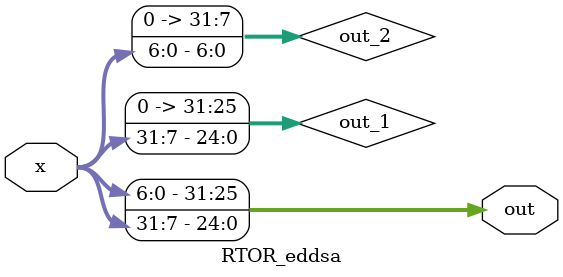
<source format=v>
`timescale 1ns / 1ps



module sha2_message_schedule_eddsa #(
    parameter WIDTH = 32,
    parameter MODE = 256
    )(
    input wire           clk,
    input wire           rst,
    input wire           load,
    input wire           start,
    input wire   [WIDTH-1:0]  data_in,
    output wire [WIDTH-1:0]  data_out
    );
    
    reg [WIDTH-1:0] MEM [15:0];
    wire [WIDTH-1:0] data_au;
    
    au_weight_eddsa #(.WIDTH(WIDTH), .MODE(MODE)) 
    AU_WEIGHT_eddsa (
        .data_in_1(MEM[0]), .data_in_2(MEM[1]),
        .data_in_3(MEM[9]), .data_in_4(MEM[14]),
        .data_out(data_au)
    );
   
    assign data_out = MEM[0];
    
    genvar i;
    generate
        for(i = 0; i < 16; i = i + 1) begin
        
        if(i == 15) begin
            always @(posedge clk) begin
                if (!rst) MEM[i] <= 0;
                else begin
                    if(load)       MEM[15]      <= data_in;
                    else if(start) MEM[15]      <= data_au;
                    else            MEM[i]      <= MEM[i];
                end
            end
        end
        else begin
            always @(posedge clk) begin
                if (!rst) MEM[i] <= 0;
                else begin
                    if(load | start)        MEM[i]      <= MEM[i+1];
                    else                    MEM[i]      <= MEM[i];
                end
            end
        end
        end
    endgenerate
endmodule

module au_weight_eddsa #
    (
    parameter WIDTH = 32,
    parameter MODE = 256
    )(
    input wire [WIDTH-1:0] data_in_1,
    input wire [WIDTH-1:0] data_in_2,
    input wire [WIDTH-1:0] data_in_3,
    input wire [WIDTH-1:0] data_in_4,
    output wire [WIDTH-1:0] data_out
    );
    
    wire [WIDTH-1:0] out_1; // t - 16
    wire [WIDTH-1:0] out_2; // t - 15
    wire [WIDTH-1:0] out_3; // t - 7
    wire [WIDTH-1:0] out_4; // t - 2
    wire [WIDTH-1:0] out_au;
    
    generate 
        if(MODE == 224 | MODE == 256) begin
            assign out_1 = data_in_1;
            sigma_0_eddsa #(.SIZE(WIDTH)) s0_eddsa (.x(data_in_2), .out(out_2));
            assign out_3 = data_in_3;
            sigma_1_eddsa #(.SIZE(WIDTH)) s1_eddsa (.x(data_in_4), .out(out_4));
            assign out_au = out_1 + out_2 + out_3 + out_4;
        end
        else if(MODE == 384 | MODE == 512) begin
            assign out_1 = data_in_1;
            sigma_0_512_eddsa #(.SIZE(WIDTH)) s0_eddsa (.x(data_in_2), .out(out_2));
            assign out_3 = data_in_3;
            sigma_1_512_eddsa #(.SIZE(WIDTH)) s1_eddsa (.x(data_in_4), .out(out_4));
            assign out_au = out_1 + out_2 + out_3 + out_4;
        end
    endgenerate
    
    assign data_out = out_au;
    
endmodule

module sigma_0_eddsa #(
   parameter SIZE = 32
    )(
    input wire [SIZE-1:0] x,
    output wire [SIZE-1:0] out
    );

    wire [SIZE-1:0] out_1;
    wire [SIZE-1:0] out_2;
    wire [SIZE-1:0] out_3;
    
    RTOR_eddsa #(.ROT(7),.SIZE(SIZE)) RTOT_7_eddsa (.x(x), .out(out_1));   
    RTOR_eddsa #(.ROT(18),.SIZE(SIZE)) RTOT_18_eddsa (.x(x), .out(out_2));  
    assign out_3 = x >> 3;
    assign out = out_1 ^ out_2 ^ out_3;   
     
endmodule

module sigma_1_eddsa #(
   parameter SIZE = 32
    )(
    input wire [SIZE-1:0] x,
    output wire [SIZE-1:0] out
    );

    wire [SIZE-1:0] out_1;
    wire [SIZE-1:0] out_2;
    wire [SIZE-1:0] out_3;
    
    RTOR_eddsa #(.ROT(17),.SIZE(SIZE)) RTOT_17_eddsa (.x(x), .out(out_1));   
    RTOR_eddsa #(.ROT(19),.SIZE(SIZE)) RTOT_19_eddsa (.x(x), .out(out_2));  
    assign out_3 = x >> 10;
    assign out = out_1 ^ out_2 ^ out_3;   
     
endmodule

module sigma_0_512_eddsa #(
   parameter SIZE = 64
    )(
    input wire [SIZE-1:0] x,
    output wire [SIZE-1:0] out
    );

    wire [SIZE-1:0] out_1;
    wire [SIZE-1:0] out_2;
    wire [SIZE-1:0] out_3;
    
    RTOR_eddsa #(.ROT(1),.SIZE(SIZE)) RTOT_1_eddsa (.x(x), .out(out_1));   
    RTOR_eddsa #(.ROT(8),.SIZE(SIZE)) RTOT_8_eddsa (.x(x), .out(out_2));  
    assign out_3 = x >> 7;
    assign out = out_1 ^ out_2 ^ out_3;   
     
endmodule

module sigma_1_512_eddsa #(
   parameter SIZE = 64
    )(
    input wire [SIZE-1:0] x,
    output wire [SIZE-1:0] out
    );

    wire [SIZE-1:0] out_1;
    wire [SIZE-1:0] out_2;
    wire [SIZE-1:0] out_3;
    
    RTOR_eddsa #(.ROT(19),.SIZE(SIZE)) RTOT_19_eddsa (.x(x), .out(out_1));   
    RTOR_eddsa #(.ROT(61),.SIZE(SIZE)) RTOT_61_eddsa (.x(x), .out(out_2));  
    assign out_3 = x >> 6;
    assign out = out_1 ^ out_2 ^ out_3;   
     
endmodule

module eps_0_eddsa #(
   parameter SIZE = 32
    )(
    input wire [SIZE-1:0] x,
    output wire [SIZE-1:0] out
    );

    wire [SIZE-1:0] out_1;
    wire [SIZE-1:0] out_2;
    wire [SIZE-1:0] out_3;
    
    RTOR_eddsa #(.ROT(2),.SIZE(SIZE)) RTOT_2_eddsa (.x(x), .out(out_1));   
    RTOR_eddsa #(.ROT(13),.SIZE(SIZE)) RTOT_13_eddsa (.x(x), .out(out_2));
    RTOR_eddsa #(.ROT(22),.SIZE(SIZE)) RTOT_22_eddsa (.x(x), .out(out_3));    
    assign out = out_1 ^ out_2 ^ out_3;   
     
endmodule

module eps_1_eddsa #(
   parameter SIZE = 32
    )(
    input wire [SIZE-1:0] x,
    output wire [SIZE-1:0] out
    );

    wire [SIZE-1:0] out_1;
    wire [SIZE-1:0] out_2;
    wire [SIZE-1:0] out_3;
    
    RTOR_eddsa #(.ROT(6),.SIZE(SIZE)) RTOT_6_eddsa (.x(x), .out(out_1));   
    RTOR_eddsa #(.ROT(11),.SIZE(SIZE)) RTOT_11_eddsa (.x(x), .out(out_2));
    RTOR_eddsa #(.ROT(25),.SIZE(SIZE)) RTOT_25_eddsa (.x(x), .out(out_3));    
    assign out = out_1 ^ out_2 ^ out_3;   
     
endmodule

module eps_0_512_eddsa #(
   parameter SIZE = 64
    )(
    input wire [SIZE-1:0] x,
    output wire [SIZE-1:0] out
    );

    wire [SIZE-1:0] out_1;
    wire [SIZE-1:0] out_2;
    wire [SIZE-1:0] out_3;
    
    RTOR_eddsa #(.ROT(28),.SIZE(SIZE)) RTOT_28_eddsa (.x(x), .out(out_1));   
    RTOR_eddsa #(.ROT(34),.SIZE(SIZE)) RTOT_34_eddsa (.x(x), .out(out_2));
    RTOR_eddsa #(.ROT(39),.SIZE(SIZE)) RTOT_39_eddsa (.x(x), .out(out_3));    
    assign out = out_1 ^ out_2 ^ out_3;   
     
endmodule

module eps_1_512_eddsa #(
   parameter SIZE = 64
    )(
    input wire [SIZE-1:0] x,
    output wire [SIZE-1:0] out
    );

    wire [SIZE-1:0] out_1;
    wire [SIZE-1:0] out_2;
    wire [SIZE-1:0] out_3;
    
    RTOR_eddsa #(.ROT(14),.SIZE(SIZE)) RTOT_14_eddsa (.x(x), .out(out_1));   
    RTOR_eddsa #(.ROT(18),.SIZE(SIZE)) RTOT_18_eddsa (.x(x), .out(out_2));
    RTOR_eddsa #(.ROT(41),.SIZE(SIZE)) RTOT_41_eddsa (.x(x), .out(out_3));    
    assign out = out_1 ^ out_2 ^ out_3;   
     
endmodule

module RTOR_eddsa # (
    parameter ROT = 7,
    parameter SIZE = 32
    )(
    input wire [SIZE-1:0] x,
    output wire [SIZE-1:0] out
    );
    
    wire [SIZE-1:0] out_1;
    wire [SIZE-1:0] out_2;
    
    assign out_1 = x >> ROT;
    assign out_2 = x[ROT-1:0];
    assign out = {out_2[ROT-1:0],out_1[SIZE-1-ROT:0]};
    
endmodule 
</source>
